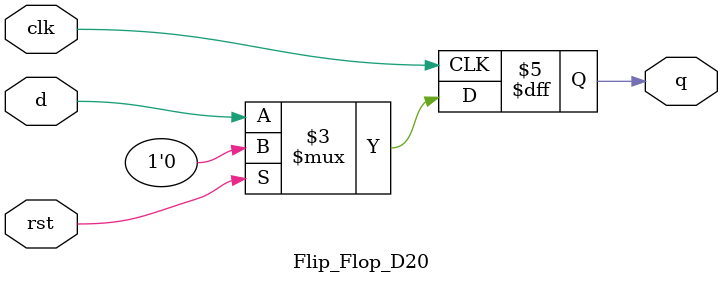
<source format=v>
`timescale 1ns / 1ps
module Flip_Flop_D20(
    input clk,
    input d,
    input rst,
    output reg q
    );

	 always @(posedge clk)
	 if (rst) 
	 q <= 0;
	 else
	 q <= d;
    
endmodule

</source>
